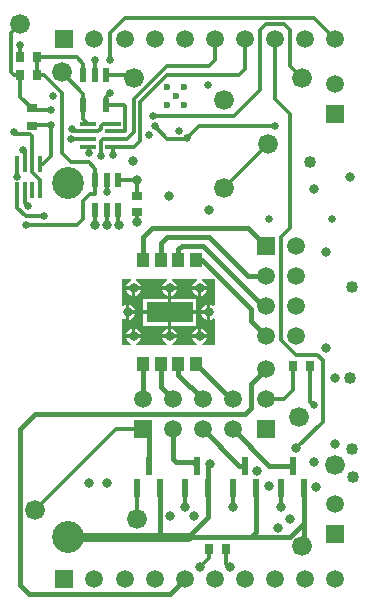
<source format=gtl>
%FSLAX24Y24*%
%MOIN*%
G70*
G01*
G75*
G04 Layer_Physical_Order=1*
G04 Layer_Color=255*
%ADD10R,0.0276X0.0354*%
%ADD11R,0.0315X0.0354*%
%ADD12R,0.0354X0.0276*%
%ADD13R,0.0170X0.0520*%
%ADD14R,0.0520X0.0170*%
%ADD15R,0.0217X0.0512*%
%ADD16R,0.0354X0.0315*%
%ADD17R,0.0236X0.0591*%
%ADD18R,0.0413X0.0476*%
%ADD19R,0.1575X0.0709*%
%ADD20C,0.0150*%
%ADD21C,0.0120*%
%ADD22C,0.0300*%
%ADD23C,0.1063*%
%ADD24C,0.0630*%
%ADD25C,0.0472*%
%ADD26C,0.0591*%
%ADD27R,0.0591X0.0591*%
%ADD28C,0.0661*%
%ADD29R,0.0591X0.0591*%
%ADD30C,0.0320*%
%ADD31C,0.0260*%
%ADD32C,0.0236*%
%ADD33C,0.0400*%
G36*
X7000Y10131D02*
X6955Y10109D01*
X6931Y10127D01*
X6868Y10153D01*
X6860Y10154D01*
Y9900D01*
Y9646D01*
X6868Y9647D01*
X6931Y9673D01*
X6955Y9691D01*
X7000Y9669D01*
Y8800D01*
X6583D01*
X6574Y8849D01*
X6631Y8873D01*
X6685Y8915D01*
X6727Y8969D01*
X6753Y9032D01*
X6754Y9040D01*
X6246D01*
X6247Y9032D01*
X6273Y8969D01*
X6315Y8915D01*
X6369Y8873D01*
X6426Y8849D01*
X6417Y8800D01*
X5583D01*
X5574Y8849D01*
X5631Y8873D01*
X5685Y8915D01*
X5727Y8969D01*
X5753Y9032D01*
X5754Y9040D01*
X5246D01*
X5247Y9032D01*
X5273Y8969D01*
X5315Y8915D01*
X5369Y8873D01*
X5426Y8849D01*
X5417Y8800D01*
X4383D01*
X4374Y8849D01*
X4431Y8873D01*
X4485Y8915D01*
X4527Y8969D01*
X4553Y9032D01*
X4554Y9040D01*
X4046D01*
X4047Y9032D01*
X4073Y8969D01*
X4115Y8915D01*
X4169Y8873D01*
X4226Y8849D01*
X4217Y8800D01*
X3900D01*
Y9669D01*
X3945Y9691D01*
X3969Y9673D01*
X4032Y9647D01*
X4040Y9646D01*
Y9900D01*
Y10154D01*
X4032Y10153D01*
X3969Y10127D01*
X3945Y10109D01*
X3900Y10131D01*
Y11000D01*
X4217D01*
X4226Y10951D01*
X4169Y10927D01*
X4115Y10885D01*
X4073Y10831D01*
X4047Y10768D01*
X4046Y10760D01*
X4554D01*
X4553Y10768D01*
X4527Y10831D01*
X4485Y10885D01*
X4431Y10927D01*
X4374Y10951D01*
X4383Y11000D01*
X5417D01*
X5426Y10951D01*
X5369Y10927D01*
X5315Y10885D01*
X5273Y10831D01*
X5247Y10768D01*
X5246Y10760D01*
X5754D01*
X5753Y10768D01*
X5727Y10831D01*
X5685Y10885D01*
X5631Y10927D01*
X5574Y10951D01*
X5583Y11000D01*
X6417D01*
X6426Y10951D01*
X6369Y10927D01*
X6315Y10885D01*
X6273Y10831D01*
X6247Y10768D01*
X6246Y10760D01*
X6754D01*
X6753Y10768D01*
X6727Y10831D01*
X6685Y10885D01*
X6631Y10927D01*
X6574Y10951D01*
X6583Y11000D01*
X7000D01*
Y10131D01*
D02*
G37*
%LPC*%
G36*
X5440Y9840D02*
X4613D01*
Y9446D01*
X5440D01*
Y9840D01*
D02*
G37*
G36*
X6560Y9354D02*
Y9160D01*
X6754D01*
X6753Y9168D01*
X6727Y9231D01*
X6685Y9285D01*
X6631Y9327D01*
X6568Y9353D01*
X6560Y9354D01*
D02*
G37*
G36*
X6387Y9840D02*
X5560D01*
Y9446D01*
X6387D01*
Y9840D01*
D02*
G37*
G36*
X6740D02*
X6546D01*
X6547Y9832D01*
X6573Y9769D01*
X6615Y9715D01*
X6669Y9673D01*
X6732Y9647D01*
X6740Y9646D01*
Y9840D01*
D02*
G37*
G36*
X4354D02*
X4160D01*
Y9646D01*
X4168Y9647D01*
X4231Y9673D01*
X4285Y9715D01*
X4327Y9769D01*
X4353Y9832D01*
X4354Y9840D01*
D02*
G37*
G36*
X4360Y9354D02*
Y9160D01*
X4554D01*
X4553Y9168D01*
X4527Y9231D01*
X4485Y9285D01*
X4431Y9327D01*
X4368Y9353D01*
X4360Y9354D01*
D02*
G37*
G36*
X4240D02*
X4232Y9353D01*
X4169Y9327D01*
X4115Y9285D01*
X4073Y9231D01*
X4047Y9168D01*
X4046Y9160D01*
X4240D01*
Y9354D01*
D02*
G37*
G36*
X5440D02*
X5432Y9353D01*
X5369Y9327D01*
X5315Y9285D01*
X5273Y9231D01*
X5247Y9168D01*
X5246Y9160D01*
X5440D01*
Y9354D01*
D02*
G37*
G36*
X6440D02*
X6432Y9353D01*
X6369Y9327D01*
X6315Y9285D01*
X6273Y9231D01*
X6247Y9168D01*
X6246Y9160D01*
X6440D01*
Y9354D01*
D02*
G37*
G36*
X5560D02*
Y9160D01*
X5754D01*
X5753Y9168D01*
X5727Y9231D01*
X5685Y9285D01*
X5631Y9327D01*
X5568Y9353D01*
X5560Y9354D01*
D02*
G37*
G36*
X5440Y10640D02*
X5246D01*
X5247Y10632D01*
X5273Y10569D01*
X5315Y10515D01*
X5369Y10473D01*
X5432Y10447D01*
X5440Y10446D01*
Y10640D01*
D02*
G37*
G36*
X4554D02*
X4360D01*
Y10446D01*
X4368Y10447D01*
X4431Y10473D01*
X4485Y10515D01*
X4527Y10569D01*
X4553Y10632D01*
X4554Y10640D01*
D02*
G37*
G36*
X5754D02*
X5560D01*
Y10446D01*
X5568Y10447D01*
X5631Y10473D01*
X5685Y10515D01*
X5727Y10569D01*
X5753Y10632D01*
X5754Y10640D01*
D02*
G37*
G36*
X6754D02*
X6560D01*
Y10446D01*
X6568Y10447D01*
X6631Y10473D01*
X6685Y10515D01*
X6727Y10569D01*
X6753Y10632D01*
X6754Y10640D01*
D02*
G37*
G36*
X6440D02*
X6246D01*
X6247Y10632D01*
X6273Y10569D01*
X6315Y10515D01*
X6369Y10473D01*
X6432Y10447D01*
X6440Y10446D01*
Y10640D01*
D02*
G37*
G36*
X5440Y10354D02*
X4613D01*
Y9960D01*
X5440D01*
Y10354D01*
D02*
G37*
G36*
X4160Y10154D02*
Y9960D01*
X4354D01*
X4353Y9968D01*
X4327Y10031D01*
X4285Y10085D01*
X4231Y10127D01*
X4168Y10153D01*
X4160Y10154D01*
D02*
G37*
G36*
X6387Y10354D02*
X5560D01*
Y9960D01*
X6387D01*
Y10354D01*
D02*
G37*
G36*
X4240Y10640D02*
X4046D01*
X4047Y10632D01*
X4073Y10569D01*
X4115Y10515D01*
X4169Y10473D01*
X4232Y10447D01*
X4240Y10446D01*
Y10640D01*
D02*
G37*
G36*
X6740Y10154D02*
X6732Y10153D01*
X6669Y10127D01*
X6615Y10085D01*
X6573Y10031D01*
X6547Y9968D01*
X6546Y9960D01*
X6740D01*
Y10154D01*
D02*
G37*
%LPD*%
D10*
X1095Y18400D02*
D03*
X505D02*
D03*
X9605Y8100D02*
D03*
X10195D02*
D03*
X7395Y2000D02*
D03*
X6805D02*
D03*
D11*
X1076Y17800D02*
D03*
X524D02*
D03*
D12*
X900Y16695D02*
D03*
Y16105D02*
D03*
D13*
X416Y13970D02*
D03*
X672D02*
D03*
X928D02*
D03*
X1184D02*
D03*
Y14830D02*
D03*
X928D02*
D03*
X672D02*
D03*
X416D02*
D03*
D14*
X3630Y15416D02*
D03*
Y15672D02*
D03*
Y15928D02*
D03*
Y16184D02*
D03*
X2770D02*
D03*
Y15928D02*
D03*
Y15672D02*
D03*
Y15416D02*
D03*
D15*
X3774Y13308D02*
D03*
X3026D02*
D03*
Y14292D02*
D03*
X3400D02*
D03*
X3774D02*
D03*
X3400Y13308D02*
D03*
X3374Y16808D02*
D03*
X2626D02*
D03*
Y17792D02*
D03*
X3000D02*
D03*
X3374D02*
D03*
D16*
X4400Y13776D02*
D03*
Y13224D02*
D03*
D17*
X9226Y4026D02*
D03*
X9974D02*
D03*
X9600Y4774D02*
D03*
X7626Y4026D02*
D03*
X8374D02*
D03*
X8000Y4774D02*
D03*
X6026Y4026D02*
D03*
X6774D02*
D03*
X6400Y4774D02*
D03*
X4426Y4026D02*
D03*
X5174D02*
D03*
X4800Y4774D02*
D03*
D18*
X4614Y11634D02*
D03*
X5205D02*
D03*
X5795D02*
D03*
X6386D02*
D03*
Y8166D02*
D03*
X5795D02*
D03*
X5205D02*
D03*
X4614D02*
D03*
D19*
X5500Y9900D02*
D03*
D20*
X8200Y9600D02*
X8700Y9100D01*
X8200Y9600D02*
Y10000D01*
X6566Y11634D02*
X8200Y10000D01*
X6386Y11634D02*
X6566D01*
X8200Y7500D02*
X8700Y8000D01*
X8200Y6700D02*
Y7500D01*
X8000Y6500D02*
X8200Y6700D01*
X1000Y6500D02*
X8000D01*
X500Y6000D02*
X1000Y6500D01*
X500Y800D02*
Y6000D01*
Y800D02*
X800Y500D01*
X5500D01*
X6000Y1000D01*
X9974Y2174D02*
Y2874D01*
X7826Y4774D02*
X8000D01*
X6600Y6000D02*
X7826Y4774D01*
X6774Y4026D02*
Y4774D01*
X5174Y2474D02*
Y4026D01*
X6100Y2400D02*
X8200D01*
X9500D01*
X9974Y2874D01*
Y4026D01*
X8200Y2400D02*
X8374Y2574D01*
Y4026D01*
X6100Y2400D02*
X6774Y3074D01*
Y4026D01*
X8826Y4774D02*
X9600D01*
X7600Y6000D02*
X8826Y4774D01*
X6274Y4900D02*
X6400Y4774D01*
X5700Y4900D02*
X6274D01*
X5600Y5000D02*
X5700Y4900D01*
X5600Y5000D02*
Y6000D01*
X4600D02*
X4800Y5800D01*
Y4774D02*
Y5800D01*
X8100Y12700D02*
X8700Y12100D01*
X4900Y12700D02*
X8100D01*
X4614Y12414D02*
X4900Y12700D01*
X4614Y11634D02*
Y12414D01*
X8100Y11100D02*
X8700D01*
X6800Y12400D02*
X8100Y11100D01*
X5400Y12400D02*
X6800D01*
X5205Y12205D02*
X5400Y12400D01*
X5205Y11634D02*
Y12205D01*
X8600Y10100D02*
X8700D01*
X6600Y12100D02*
X8600Y10100D01*
X5900Y12100D02*
X6600D01*
X5795Y11995D02*
X5900Y12100D01*
X5795Y11634D02*
Y11995D01*
X7552Y7000D02*
X7600D01*
X6386Y8166D02*
X7552Y7000D01*
X5795Y7805D02*
X6600Y7000D01*
X5795Y7805D02*
Y8166D01*
X5205Y7395D02*
X5600Y7000D01*
X5205Y7395D02*
Y8166D01*
X4600Y8152D02*
X4614Y8166D01*
X4600Y7000D02*
Y8152D01*
D21*
X3700Y6000D02*
X4600D01*
X1000Y3300D02*
X3700Y6000D01*
X416Y14416D02*
Y14420D01*
Y14830D01*
Y13384D02*
X700Y13100D01*
X416Y13384D02*
Y13970D01*
X672Y13528D02*
X772Y13428D01*
X672Y13528D02*
Y13970D01*
X1184D02*
Y14315D01*
X928Y14571D02*
X1184Y14315D01*
X928Y14571D02*
Y14830D01*
X672D02*
Y15228D01*
X600Y15300D02*
X672Y15228D01*
X1550Y15100D02*
Y16150D01*
X1280Y14830D02*
X1550Y15100D01*
X1184Y14830D02*
X1280D01*
X853Y15847D02*
X928Y15772D01*
Y14830D02*
Y15772D01*
X353Y15847D02*
X853D01*
X300Y15900D02*
X353Y15847D01*
X700Y12800D02*
X2400D01*
X2600Y13000D01*
Y13600D01*
X2842Y13842D02*
X3026D01*
X2600Y13600D02*
X2842Y13842D01*
X3026D02*
Y14292D01*
X1900Y15200D02*
X2200Y14900D01*
X2800D01*
X1900Y15200D02*
Y17200D01*
X1300Y17800D02*
X1900Y17200D01*
X8500Y17300D02*
Y19300D01*
X7642Y16442D02*
X8500Y17300D01*
X4942Y16442D02*
X7642D01*
X9500Y18100D02*
X9900Y17700D01*
X9500Y18100D02*
Y19300D01*
X9300Y19500D02*
X9500Y19300D01*
X8700Y19500D02*
X9300D01*
X8500Y19300D02*
X8700Y19500D01*
X10300Y19700D02*
X11000Y19000D01*
X4000Y19700D02*
X10300D01*
X3500Y19200D02*
X4000Y19700D01*
X10195Y6905D02*
X10300Y6800D01*
X10195Y6905D02*
Y8100D01*
X10411Y8489D02*
X10600Y8300D01*
Y6244D02*
Y8300D01*
X9728Y5372D02*
X10600Y6244D01*
X9200Y8989D02*
X9700Y8489D01*
X10411D01*
X9200Y8989D02*
Y12400D01*
X9500Y12700D01*
Y16500D01*
X9000Y17000D02*
X9500Y16500D01*
X9000Y17000D02*
Y19000D01*
X3500Y18300D02*
Y19200D01*
X4500Y15600D02*
Y16900D01*
X4300Y17000D02*
X5400Y18100D01*
X4300Y15900D02*
Y17000D01*
X5400Y18100D02*
X6800D01*
X4072Y15672D02*
X4300Y15900D01*
X3630Y15672D02*
X4072D01*
X6800Y18100D02*
X7000Y18300D01*
Y19000D01*
X8000Y18000D02*
Y19000D01*
X7800Y17800D02*
X8000Y18000D01*
X5400Y17800D02*
X7800D01*
X4500Y16900D02*
X5400Y17800D01*
X4316Y15416D02*
X4500Y15600D01*
X3630Y15416D02*
X4316D01*
X700Y13100D02*
X1300D01*
X524Y17071D02*
Y17800D01*
X500Y17800D02*
X500Y17800D01*
X300Y17800D02*
X500D01*
X200Y17900D02*
X300Y17800D01*
X200Y19200D02*
X500Y19500D01*
X200Y17900D02*
Y19200D01*
X3026Y14292D02*
Y14674D01*
X2800Y14900D02*
X3026Y14674D01*
X2222Y15669D02*
Y15678D01*
X2225Y15672D02*
X2770D01*
X2222Y15669D02*
X2225Y15672D01*
X1076Y17800D02*
X1300D01*
X2626Y16808D02*
Y17174D01*
X1900Y17900D02*
X2626Y17174D01*
X3000Y17792D02*
Y18300D01*
X2626Y17792D02*
Y18174D01*
X2400Y18400D02*
X2626Y18174D01*
X1095Y18400D02*
X2400D01*
X505D02*
Y18795D01*
X1076Y17800D02*
Y18380D01*
X524Y17071D02*
X900Y16695D01*
X945Y16650D02*
X1550D01*
X945Y16150D02*
X1550D01*
X3374Y17792D02*
X4208D01*
X3374Y17074D02*
X3500Y17200D01*
X3374Y16808D02*
Y17074D01*
Y16808D02*
X3992D01*
X4028Y16772D01*
Y15928D02*
Y16772D01*
X3630Y15928D02*
X4028D01*
X3200Y16100D02*
X3284Y16184D01*
X3200Y16000D02*
Y16100D01*
X3128Y15928D02*
X3200Y16000D01*
X3284Y16184D02*
X3630D01*
X2770Y15928D02*
X3128D01*
X2626Y16328D02*
X2770Y16184D01*
X2626Y16328D02*
Y16808D01*
X3200Y15100D02*
Y15600D01*
X3272Y15672D01*
X3630D01*
X3400Y13900D02*
Y14292D01*
X3630Y15130D02*
Y15416D01*
X2800Y15200D02*
Y15386D01*
X2770Y15416D02*
X2800Y15386D01*
X2244Y16000D02*
X2252Y15992D01*
X2316Y15928D01*
X2770D01*
X6084Y15716D02*
X6468Y16100D01*
X6046Y15678D02*
X6084Y15716D01*
X6468Y16100D02*
X9000D01*
X5422Y15678D02*
X6046D01*
X5000Y16100D02*
X5422Y15678D01*
X3774Y12826D02*
Y13308D01*
Y12826D02*
X3800Y12800D01*
X3400D02*
Y13308D01*
X3000Y12800D02*
Y13282D01*
X4400Y12900D02*
Y13224D01*
X4400Y13776D02*
Y14300D01*
Y12900D02*
Y13024D01*
X3782Y14300D02*
X4400D01*
X7300Y14024D02*
X8776Y15500D01*
X9605Y7305D02*
Y8100D01*
X9300Y7000D02*
X9605Y7305D01*
X8700Y7000D02*
X9300D01*
X6805Y1705D02*
Y2000D01*
X6500Y1400D02*
X6805Y1705D01*
X7395Y1505D02*
Y2000D01*
Y1505D02*
X7500Y1400D01*
X4400Y3000D02*
X4426Y3026D01*
Y4026D01*
X6000Y3400D02*
X6026Y3426D01*
Y4026D01*
X9200Y4000D02*
X9226Y4026D01*
X9200Y3400D02*
Y4000D01*
X7600D02*
X7626Y4026D01*
X7600Y3400D02*
Y4000D01*
D22*
X5094Y2394D02*
X5100Y2400D01*
X2100Y2394D02*
X5094D01*
X5100Y2400D02*
X6100D01*
D23*
X2100Y2394D02*
D03*
Y14206D02*
D03*
D24*
Y2394D02*
D03*
Y14206D02*
D03*
D25*
X7300Y16976D02*
D03*
Y14024D02*
D03*
X8776Y15500D02*
D03*
D26*
X11000Y17500D02*
D03*
Y3500D02*
D03*
X5600Y6000D02*
D03*
X6600D02*
D03*
X7600D02*
D03*
X4600Y7000D02*
D03*
X5600D02*
D03*
X6600D02*
D03*
X7600D02*
D03*
X8700D02*
D03*
Y8000D02*
D03*
Y11100D02*
D03*
Y10100D02*
D03*
Y9100D02*
D03*
X9700Y12100D02*
D03*
Y11100D02*
D03*
Y10100D02*
D03*
Y9100D02*
D03*
X11000Y1000D02*
D03*
X10000D02*
D03*
X9000D02*
D03*
X8000D02*
D03*
X7000D02*
D03*
X6000D02*
D03*
X5000D02*
D03*
X4000D02*
D03*
X2988Y1000D02*
D03*
X11000Y19000D02*
D03*
X10000D02*
D03*
X9000D02*
D03*
X8000D02*
D03*
X7000D02*
D03*
X6000D02*
D03*
X5000D02*
D03*
X4000D02*
D03*
X2988Y19000D02*
D03*
D27*
X11000Y16500D02*
D03*
Y2500D02*
D03*
X8700Y6000D02*
D03*
Y12100D02*
D03*
D28*
X4300Y17700D02*
D03*
X1900Y17900D02*
D03*
X8776Y15500D02*
D03*
X7300Y14024D02*
D03*
X9900Y17700D02*
D03*
X7300Y16976D02*
D03*
X500Y19500D02*
D03*
X9900Y2100D02*
D03*
X4400Y3000D02*
D03*
X1000Y3300D02*
D03*
X9800Y6400D02*
D03*
X11000Y4800D02*
D03*
D29*
X4600Y6000D02*
D03*
X1988Y1000D02*
D03*
Y19000D02*
D03*
D30*
X6800Y9900D02*
D03*
X4100D02*
D03*
X6500Y10700D02*
D03*
X4300Y9100D02*
D03*
Y10700D02*
D03*
X6500Y9100D02*
D03*
X5500D02*
D03*
Y10700D02*
D03*
X6300Y3100D02*
D03*
X4276Y14924D02*
D03*
X3800Y12800D02*
D03*
X3400D02*
D03*
X3000D02*
D03*
X4400Y12900D02*
D03*
Y14300D02*
D03*
X5476Y13776D02*
D03*
X6800Y13300D02*
D03*
X9728Y5372D02*
D03*
X10370Y4070D02*
D03*
X9500Y3000D02*
D03*
X6841Y4841D02*
D03*
X6500Y1400D02*
D03*
X7500D02*
D03*
X9100Y2700D02*
D03*
X8800Y4100D02*
D03*
X10300Y4900D02*
D03*
X8400Y4600D02*
D03*
X2800Y4200D02*
D03*
X3400D02*
D03*
X5500Y3100D02*
D03*
X6000Y3400D02*
D03*
X9200D02*
D03*
X7600D02*
D03*
X11000Y5500D02*
D03*
Y7700D02*
D03*
X10700Y8700D02*
D03*
Y11900D02*
D03*
X11500Y14400D02*
D03*
X10300Y14000D02*
D03*
D31*
X416Y14420D02*
D03*
X600Y15300D02*
D03*
X700Y12800D02*
D03*
X4942Y16442D02*
D03*
X10300Y6800D02*
D03*
X8800Y13000D02*
D03*
X10900Y13000D02*
D03*
X3500Y18300D02*
D03*
X1300Y13100D02*
D03*
X772Y13428D02*
D03*
X300Y15900D02*
D03*
X2222Y15669D02*
D03*
X3000Y18300D02*
D03*
X505Y18795D02*
D03*
X1600Y17100D02*
D03*
X1550Y16650D02*
D03*
Y16150D02*
D03*
X3500Y17200D02*
D03*
X3200Y15100D02*
D03*
X3400Y13900D02*
D03*
X3630Y15130D02*
D03*
X2800Y15200D02*
D03*
X2252Y15992D02*
D03*
X6784Y17484D02*
D03*
X9000Y16100D02*
D03*
X5000Y16100D02*
D03*
X4800Y15800D02*
D03*
X5828Y15928D02*
D03*
X6084Y15716D02*
D03*
D32*
X5995Y17395D02*
D03*
X5405D02*
D03*
X5995Y16805D02*
D03*
X5405D02*
D03*
X5700Y17100D02*
D03*
D33*
X10195Y14905D02*
D03*
X11600Y4400D02*
D03*
X11500Y7700D02*
D03*
X11576Y5324D02*
D03*
Y10724D02*
D03*
M02*

</source>
